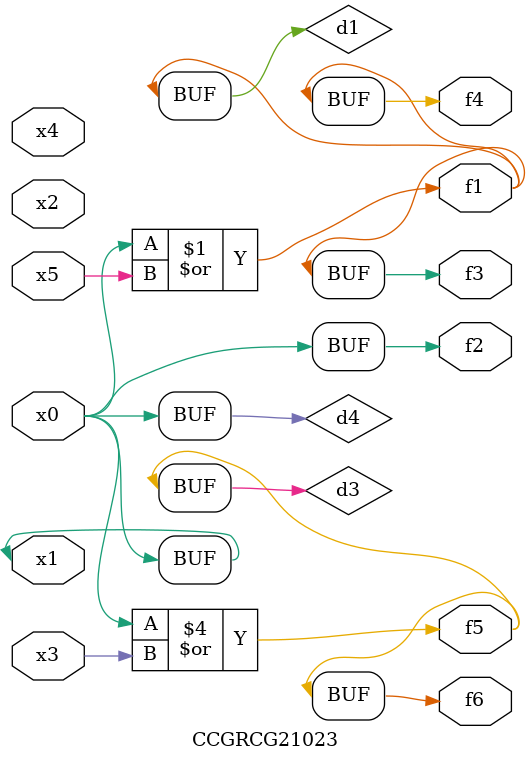
<source format=v>
module CCGRCG21023(
	input x0, x1, x2, x3, x4, x5,
	output f1, f2, f3, f4, f5, f6
);

	wire d1, d2, d3, d4;

	or (d1, x0, x5);
	xnor (d2, x1, x4);
	or (d3, x0, x3);
	buf (d4, x0, x1);
	assign f1 = d1;
	assign f2 = d4;
	assign f3 = d1;
	assign f4 = d1;
	assign f5 = d3;
	assign f6 = d3;
endmodule

</source>
